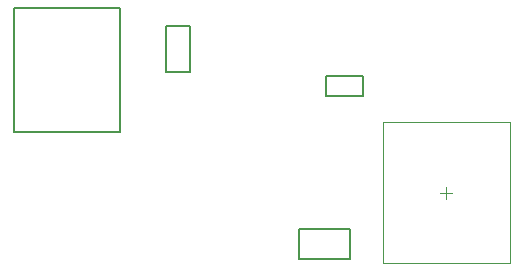
<source format=gbr>
%TF.GenerationSoftware,Altium Limited,Altium Designer,23.6.0 (18)*%
G04 Layer_Color=16711935*
%FSLAX45Y45*%
%MOMM*%
%TF.SameCoordinates,CA757A27-890D-4031-9470-5F8B39CF6935*%
%TF.FilePolarity,Positive*%
%TF.FileFunction,Other,Bottom_Courtyard*%
%TF.Part,Single*%
G01*
G75*
%TA.AperFunction,NonConductor*%
%ADD53C,0.20000*%
%ADD54C,0.05000*%
%ADD55C,0.10000*%
D53*
X10649301Y4870501D02*
Y5035499D01*
X10339299Y4870501D02*
X10649301D01*
X10339299D02*
Y5035499D01*
X10649301D01*
X10109688Y3494090D02*
X10540512D01*
Y3744910D01*
X10109688D02*
X10540512D01*
X10109688Y3494090D02*
Y3744910D01*
X7690698Y4567702D02*
X8590702D01*
X7690698D02*
Y5617698D01*
X8590702D01*
Y4567702D02*
Y5617698D01*
X8980500Y5465811D02*
X9180500D01*
Y5075189D02*
Y5465811D01*
X8980500Y5075189D02*
X9180500D01*
X8980500D02*
Y5465811D01*
D54*
X10813801Y4648799D02*
X11893799D01*
X10813801Y3453801D02*
X11893799D01*
X10813801D02*
Y4648799D01*
X11893799Y3453801D02*
Y4648799D01*
D55*
X11353800Y4001303D02*
Y4101302D01*
X11303798Y4051300D02*
X11403802D01*
%TF.MD5,893563e1ee26c567b88698d49a8ff622*%
M02*

</source>
